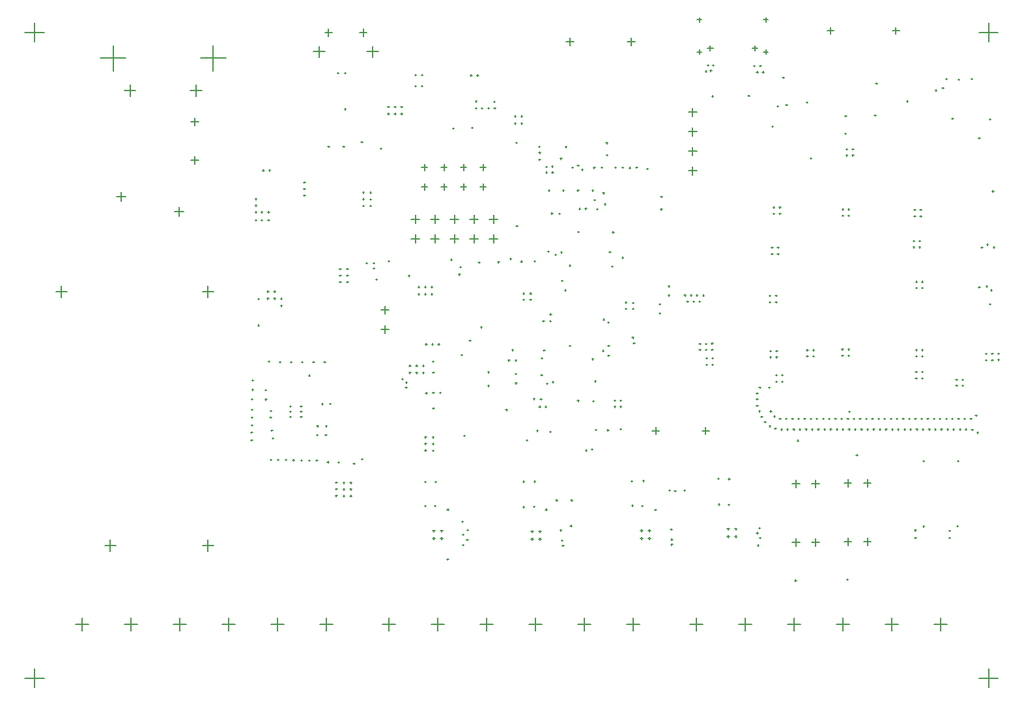
<source format=gbr>
%TF.GenerationSoftware,Altium Limited,Altium Designer,22.5.1 (42)*%
G04 Layer_Color=128*
%FSLAX45Y45*%
%MOMM*%
%TF.SameCoordinates,BCC7A4F8-9605-4868-ACEC-D28EECC8EA53*%
%TF.FilePolarity,Positive*%
%TF.FileFunction,Drillmap*%
%TF.Part,Single*%
G01*
G75*
%TA.AperFunction,NonConductor*%
%ADD112C,0.12700*%
D112*
X9776031Y8443257D02*
X9836031D01*
X9806031Y8413257D02*
Y8473257D01*
X9776031Y8863260D02*
X9836031D01*
X9806031Y8833260D02*
Y8893260D01*
X8911029Y8443261D02*
X8971029D01*
X8941029Y8413261D02*
Y8473261D01*
X8911029Y8863260D02*
X8971029D01*
X8941029Y8833260D02*
Y8893260D01*
X9627525Y8495270D02*
X9697527D01*
X9662526Y8460269D02*
Y8530271D01*
X9049522Y8495270D02*
X9119525D01*
X9084524Y8460269D02*
Y8530271D01*
X1156689Y8364060D02*
X1486691D01*
X1321690Y8199059D02*
Y8529061D01*
X1466706Y7944071D02*
X1616708D01*
X1541707Y7869070D02*
Y8019072D01*
X2326715Y7944071D02*
X2476717D01*
X2401716Y7869070D02*
Y8019072D01*
X2456712Y8364060D02*
X2786714D01*
X2621713Y8199059D02*
Y8529061D01*
X575753Y5328270D02*
X725867D01*
X650810Y5253213D02*
Y5403327D01*
X2480753Y5328270D02*
X2630867D01*
X2555810Y5253213D02*
Y5403327D01*
X1210753Y2026270D02*
X1360867D01*
X1285810Y1951213D02*
Y2101327D01*
X2480753Y2026270D02*
X2630867D01*
X2555810Y1951213D02*
Y2101327D01*
X1365906Y6562510D02*
X1485794D01*
X1425850Y6502566D02*
Y6622454D01*
X2117606Y6366310D02*
X2237494D01*
X2177550Y6306366D02*
Y6426254D01*
X175000Y300000D02*
X425000D01*
X300000Y175000D02*
Y425000D01*
X8798709Y6897850D02*
X8908711D01*
X8853710Y6842849D02*
Y6952851D01*
X8798709Y7151850D02*
X8908711D01*
X8853710Y7096849D02*
Y7206851D01*
X8798709Y7659850D02*
X8908711D01*
X8853710Y7604849D02*
Y7714851D01*
X8798709Y7405850D02*
X8908711D01*
X8853710Y7350849D02*
Y7460851D01*
X8005227Y8579330D02*
X8105227D01*
X8055227Y8529330D02*
Y8629329D01*
X7207210Y8579330D02*
X7307210D01*
X7257210Y8529330D02*
Y8629329D01*
X4622388Y8446938D02*
X4772391D01*
X4697389Y8371937D02*
Y8521939D01*
X3922390Y8446938D02*
X4072392D01*
X3997391Y8371937D02*
Y8521939D01*
X4522401Y8696963D02*
X4622401D01*
X4572401Y8646963D02*
Y8746962D01*
X4072379Y8696963D02*
X4172379D01*
X4122379Y8646963D02*
Y8746962D01*
X10401930Y2067370D02*
X10501930D01*
X10451930Y2017370D02*
Y2117370D01*
X10401930Y2829370D02*
X10501930D01*
X10451930Y2779370D02*
Y2879370D01*
X11075420Y2074230D02*
X11175420D01*
X11125420Y2024230D02*
Y2124230D01*
X11075420Y2836230D02*
X11175420D01*
X11125420Y2786230D02*
Y2886230D01*
X1469407Y998280D02*
X1639409D01*
X1554408Y913279D02*
Y1083281D01*
X834409Y998280D02*
X1004411D01*
X919410Y913279D02*
Y1083281D01*
X10821420Y2836230D02*
X10921420D01*
X10871420Y2786230D02*
Y2886230D01*
X10147930Y2829370D02*
X10247930D01*
X10197930Y2779370D02*
Y2879370D01*
X2104407Y998280D02*
X2274409D01*
X2189408Y913279D02*
Y1083281D01*
X2739407Y998280D02*
X2909409D01*
X2824408Y913279D02*
Y1083281D01*
X10147930Y2067370D02*
X10247930D01*
X10197930Y2017370D02*
Y2117370D01*
X10821420Y2074230D02*
X10921420D01*
X10871420Y2024230D02*
Y2124230D01*
X3374407Y998280D02*
X3544409D01*
X3459408Y913279D02*
Y1083281D01*
X4009407Y998280D02*
X4179409D01*
X4094408Y913279D02*
Y1083281D01*
X4802140Y5088510D02*
X4902140D01*
X4852140Y5038510D02*
Y5138510D01*
X4802140Y4838510D02*
X4902140D01*
X4852140Y4788510D02*
Y4888510D01*
X5195559Y6015340D02*
X5305561D01*
X5250560Y5960339D02*
Y6070341D01*
X5195559Y6269340D02*
X5305561D01*
X5250560Y6214339D02*
Y6324341D01*
X5449559Y6015340D02*
X5559561D01*
X5504560Y5960339D02*
Y6070341D01*
X5449559Y6269340D02*
X5559561D01*
X5504560Y6214339D02*
Y6324341D01*
X5703559Y6015340D02*
X5813561D01*
X5758560Y5960339D02*
Y6070341D01*
X5703559Y6269340D02*
X5813561D01*
X5758560Y6214339D02*
Y6324341D01*
X5957559Y6015340D02*
X6067561D01*
X6012560Y5960339D02*
Y6070341D01*
X5957559Y6269340D02*
X6067561D01*
X6012560Y6214339D02*
Y6324341D01*
X6211559Y6015340D02*
X6321561D01*
X6266560Y5960339D02*
Y6070341D01*
X6211559Y6269340D02*
X6321561D01*
X6266560Y6214339D02*
Y6324341D01*
X6091530Y6688710D02*
X6171530D01*
X6131530Y6648710D02*
Y6728710D01*
X5837530Y6688710D02*
X5917530D01*
X5877530Y6648710D02*
Y6728710D01*
X5583530Y6688710D02*
X5663530D01*
X5623530Y6648710D02*
Y6728710D01*
X5329530Y6688710D02*
X5409530D01*
X5369530Y6648710D02*
Y6728710D01*
X5329530Y6942710D02*
X5409530D01*
X5369530Y6902710D02*
Y6982710D01*
X5583530Y6942710D02*
X5663530D01*
X5623530Y6902710D02*
Y6982710D01*
X5837530Y6942710D02*
X5917530D01*
X5877530Y6902710D02*
Y6982710D01*
X6091530Y6942710D02*
X6171530D01*
X6131530Y6902710D02*
Y6982710D01*
X4824394Y998280D02*
X4994396D01*
X4909395Y913279D02*
Y1083281D01*
X5459391Y998280D02*
X5629394D01*
X5544393Y913279D02*
Y1083281D01*
X6094391Y998280D02*
X6264394D01*
X6179393Y913279D02*
Y1083281D01*
X6729391Y998280D02*
X6899394D01*
X6814393Y913279D02*
Y1083281D01*
X7364391Y998280D02*
X7534394D01*
X7449393Y913279D02*
Y1083281D01*
X7999391Y998280D02*
X8169394D01*
X8084393Y913279D02*
Y1083281D01*
X8814379Y998280D02*
X8984381D01*
X8899380Y913279D02*
Y1083281D01*
X9449376Y998280D02*
X9619379D01*
X9534377Y913279D02*
Y1083281D01*
X10084376Y998280D02*
X10254379D01*
X10169377Y913279D02*
Y1083281D01*
X10719376Y998280D02*
X10889379D01*
X10804377Y913279D02*
Y1083281D01*
X11354376Y998280D02*
X11524379D01*
X11439377Y913279D02*
Y1083281D01*
X11989376Y998280D02*
X12159379D01*
X12074377Y913279D02*
Y1083281D01*
X11451986Y8723327D02*
X11541989D01*
X11496988Y8678326D02*
Y8768328D01*
X10602001Y8723327D02*
X10692003D01*
X10647002Y8678326D02*
Y8768328D01*
X12575000Y300002D02*
X12825000D01*
X12700000Y175002D02*
Y425002D01*
X12574998Y8700002D02*
X12824998D01*
X12699998Y8575002D02*
Y8825002D01*
X174998Y8700000D02*
X424998D01*
X299998Y8575000D02*
Y8825000D01*
X8328390Y3516440D02*
X8418390D01*
X8373390Y3471440D02*
Y3561440D01*
X8978390Y3516440D02*
X9068390D01*
X9023390Y3471440D02*
Y3561440D01*
X2332910Y7539820D02*
X2432910D01*
X2382910Y7489820D02*
Y7589819D01*
X2332910Y7039821D02*
X2432910D01*
X2382910Y6989821D02*
Y7089820D01*
X5879952Y3456165D02*
X5899952D01*
X5889952Y3446165D02*
Y3466165D01*
X12296330Y3125940D02*
X12316330D01*
X12306330Y3115940D02*
Y3135940D01*
X9186539Y2561819D02*
X9206539D01*
X9196539Y2551819D02*
Y2571819D01*
X8618687Y2736921D02*
X8638687D01*
X8628687Y2726921D02*
Y2746921D01*
X9314809Y2558279D02*
X9334809D01*
X9324809Y2548279D02*
Y2568279D01*
X8738250Y2743090D02*
X8758250D01*
X8748250Y2733090D02*
Y2753090D01*
X8542910Y2743170D02*
X8562910D01*
X8552910Y2733170D02*
Y2753170D01*
X9319270Y2891980D02*
X9339270D01*
X9329270Y2881980D02*
Y2901980D01*
X8056000Y2864660D02*
X8076000D01*
X8066000Y2854660D02*
Y2874660D01*
X8204420Y2868430D02*
X8224420D01*
X8214420Y2858430D02*
Y2878430D01*
X9182110Y2898840D02*
X9202110D01*
X9192110Y2888840D02*
Y2908840D01*
X7191530Y5346950D02*
X7211530D01*
X7201530Y5336950D02*
Y5356950D01*
X7708280Y6466250D02*
X7728280D01*
X7718280Y6456250D02*
Y6476250D01*
X7606600Y6403070D02*
X7626600D01*
X7616600Y6393070D02*
Y6413070D01*
X6560960Y6182790D02*
X6580960D01*
X6570960Y6172790D02*
Y6192790D01*
X4890923Y7641160D02*
X4910923D01*
X4900923Y7631160D02*
Y7651160D01*
X5707860Y5745049D02*
X5727860D01*
X5717860Y5735049D02*
Y5755049D01*
X6688640Y3393690D02*
X6708640D01*
X6698640Y3383690D02*
Y3403690D01*
X9081661Y8201187D02*
X9101661D01*
X9091661Y8191187D02*
Y8211187D01*
X3169650Y6260600D02*
X3189650D01*
X3179650Y6250600D02*
Y6270600D01*
X3332990Y6260600D02*
X3352990D01*
X3342990Y6250600D02*
Y6270600D01*
X3247484Y6260600D02*
X3267484D01*
X3257484Y6250600D02*
Y6270600D01*
X3798730Y6750956D02*
X3818730D01*
X3808730Y6740956D02*
Y6760956D01*
X3798730Y6665450D02*
X3818730D01*
X3808730Y6655450D02*
Y6675450D01*
X3798730Y6579490D02*
X3818730D01*
X3808730Y6569490D02*
Y6589489D01*
X3247484Y6363180D02*
X3267484D01*
X3257484Y6353180D02*
Y6373180D01*
X3332990Y6363180D02*
X3352990D01*
X3342990Y6353180D02*
Y6373180D01*
X3169650Y6363180D02*
X3189650D01*
X3179650Y6353180D02*
Y6373180D01*
X3169650Y6449141D02*
X3189650D01*
X3179650Y6439141D02*
Y6459141D01*
X3169650Y6534647D02*
X3189650D01*
X3179650Y6524647D02*
Y6544647D01*
X12008620Y7946170D02*
X12028620D01*
X12018620Y7936170D02*
Y7956170D01*
X12097243Y7974795D02*
X12117243D01*
X12107243Y7964795D02*
Y7984795D01*
X12143020Y8094380D02*
X12163020D01*
X12153020Y8084380D02*
Y8104380D01*
X11847870Y3125940D02*
X11867870D01*
X11857870Y3115940D02*
Y3135940D01*
X7769930Y5841780D02*
X7789930D01*
X7779930Y5831780D02*
Y5851780D01*
X7798340Y5656770D02*
X7818340D01*
X7808340Y5646770D02*
Y5666770D01*
X6978152Y6643816D02*
X6998152D01*
X6988152Y6633816D02*
Y6653816D01*
X7166698Y6643816D02*
X7186698D01*
X7176698Y6633816D02*
Y6653816D01*
X7355245Y6643816D02*
X7375245D01*
X7365245Y6633816D02*
Y6653816D01*
X7543791Y6643816D02*
X7563791D01*
X7553791Y6633816D02*
Y6653816D01*
X7571087Y6520749D02*
X7591087D01*
X7581087Y6510749D02*
Y6530749D01*
X7686805Y6610358D02*
X7706805D01*
X7696805Y6600358D02*
Y6620358D01*
X7812280Y6100460D02*
X7832280D01*
X7822280Y6090460D02*
Y6110460D01*
X7934160Y5770970D02*
X7954160D01*
X7944160Y5760970D02*
Y5780970D01*
X9949000Y7741700D02*
X9969000D01*
X9959000Y7731700D02*
Y7751700D01*
X10065202Y7758136D02*
X10085202D01*
X10075202Y7748136D02*
Y7768136D01*
X10023806Y8109756D02*
X10043806D01*
X10033806Y8099756D02*
Y8119756D01*
X9880480Y7479260D02*
X9900480D01*
X9890480Y7469260D02*
Y7489260D01*
X6827120Y3519280D02*
X6847120D01*
X6837120Y3509280D02*
Y3529280D01*
X6997060Y3507260D02*
X7017060D01*
X7007060Y3497260D02*
Y3517260D01*
X7029891Y4152723D02*
X7049891D01*
X7039891Y4142723D02*
Y4162723D01*
X6785980Y3934140D02*
X6805980D01*
X6795980Y3924140D02*
Y3944140D01*
X6873250Y3929200D02*
X6893250D01*
X6883250Y3919200D02*
Y3939200D01*
X6546773Y4433689D02*
X6566772D01*
X6556773Y4423689D02*
Y4443689D01*
X6457272Y4433689D02*
X6477272D01*
X6467272Y4423689D02*
Y4443689D01*
X7252602Y4621548D02*
X7272602D01*
X7262602Y4611548D02*
Y4631548D01*
X6995310Y4944440D02*
X7015310D01*
X7005310Y4934440D02*
Y4954440D01*
X6905810Y4944440D02*
X6925810D01*
X6915810Y4934440D02*
Y4954440D01*
X8067309Y4730340D02*
X8087309D01*
X8077309Y4720340D02*
Y4740340D01*
X8083310Y4656220D02*
X8103310D01*
X8093310Y4646220D02*
Y4666220D01*
X3757250Y3701180D02*
X3777250D01*
X3767250Y3691180D02*
Y3711180D01*
X3757250Y3837320D02*
X3777250D01*
X3767250Y3827320D02*
Y3847320D01*
X3757250Y3770263D02*
X3777250D01*
X3767250Y3760263D02*
Y3780263D01*
X3618060Y3770263D02*
X3638060D01*
X3628060Y3760263D02*
Y3780263D01*
X3618060Y3701180D02*
X3638060D01*
X3628060Y3691180D02*
Y3711180D01*
X3618060Y3837320D02*
X3638060D01*
X3628060Y3827320D02*
Y3847320D01*
X4134945Y3868888D02*
X4154945D01*
X4144945Y3858888D02*
Y3878888D01*
X4033530Y3867320D02*
X4053530D01*
X4043530Y3857320D02*
Y3877320D01*
X12571230Y7326140D02*
X12591230D01*
X12581230Y7316140D02*
Y7336140D01*
X6915060Y4562280D02*
X6935060D01*
X6925060Y4552280D02*
Y4572280D01*
X6424909Y3791339D02*
X6444909D01*
X6434909Y3781339D02*
Y3801339D01*
X6192220Y4281920D02*
X6212220D01*
X6202220Y4271920D02*
Y4291920D01*
X6504505Y4569040D02*
X6524505D01*
X6514505Y4559040D02*
Y4579040D01*
X6882080Y4244810D02*
X6902080D01*
X6892080Y4234810D02*
Y4254810D01*
X4357120Y5451650D02*
X4377120D01*
X4367120Y5441650D02*
Y5461650D01*
X4264690Y5537156D02*
X4284690D01*
X4274690Y5527156D02*
Y5547156D01*
X4357120Y5537156D02*
X4377120D01*
X4367120Y5527156D02*
Y5547156D01*
X4264690Y5451650D02*
X4284690D01*
X4274690Y5441650D02*
Y5461650D01*
X4357120Y5623117D02*
X4377120D01*
X4367120Y5613117D02*
Y5633117D01*
X4264690Y5623117D02*
X4284690D01*
X4274690Y5613117D02*
Y5633117D01*
X6624226Y7516117D02*
X6644226D01*
X6634226Y7506117D02*
Y7526117D01*
X6538720Y7608547D02*
X6558720D01*
X6548720Y7598547D02*
Y7618547D01*
X6538720Y7516117D02*
X6558720D01*
X6548720Y7506117D02*
Y7526117D01*
X6624226Y7608547D02*
X6644226D01*
X6634226Y7598547D02*
Y7618547D01*
X5966294Y8140650D02*
X5986294D01*
X5976294Y8130650D02*
Y8150650D01*
X6051800Y8140650D02*
X6071800D01*
X6061800Y8130650D02*
Y8150650D01*
X5329256Y8004360D02*
X5349256D01*
X5339256Y7994360D02*
Y8014360D01*
X5241864Y8144630D02*
X5261864D01*
X5251864Y8134630D02*
Y8154630D01*
X5243750Y8004360D02*
X5263750D01*
X5253750Y7994360D02*
Y8014360D01*
X5327370Y8144630D02*
X5347370D01*
X5337370Y8134630D02*
Y8154630D01*
X5062390Y7733590D02*
X5082390D01*
X5072390Y7723590D02*
Y7743590D01*
X4976884Y7641160D02*
X4996884D01*
X4986884Y7631160D02*
Y7651160D01*
X4976884Y7733590D02*
X4996884D01*
X4986884Y7723590D02*
Y7743590D01*
X5062390Y7641160D02*
X5082390D01*
X5072390Y7631160D02*
Y7651160D01*
X4890923Y7733590D02*
X4910923D01*
X4900923Y7723590D02*
Y7743590D01*
X6109483Y7715460D02*
X6129483D01*
X6119483Y7705460D02*
Y7725460D01*
X6190777Y7715460D02*
X6210777D01*
X6200777Y7705460D02*
Y7725460D01*
X6028190Y7715460D02*
X6048190D01*
X6038190Y7705460D02*
Y7725460D01*
X6269230Y7799590D02*
X6289230D01*
X6279230Y7789590D02*
Y7809590D01*
X6028190Y7803796D02*
X6048190D01*
X6038190Y7793796D02*
Y7813796D01*
X6272070Y7715460D02*
X6292070D01*
X6282070Y7705460D02*
Y7725460D01*
X9761760Y8183820D02*
X9781760D01*
X9771760Y8173820D02*
Y8193820D01*
X9725580Y8264010D02*
X9745580D01*
X9735580Y8254010D02*
Y8274010D01*
X9648227Y8264010D02*
X9668227D01*
X9658227Y8254010D02*
Y8274010D01*
X9684407Y8183820D02*
X9704407D01*
X9694407Y8173820D02*
Y8193820D01*
X9018281Y8193057D02*
X9038281D01*
X9028281Y8183057D02*
Y8203057D01*
X9042330Y8271060D02*
X9062330D01*
X9052330Y8261060D02*
Y8281060D01*
X9113190Y8271060D02*
X9133190D01*
X9123190Y8261060D02*
Y8281060D01*
X9858769Y4556356D02*
X9878769D01*
X9868769Y4546356D02*
Y4566356D01*
X9858769Y4475973D02*
X9878769D01*
X9868769Y4465973D02*
Y4485972D01*
X9937189Y4475973D02*
X9957189D01*
X9947189Y4465973D02*
Y4485972D01*
X9937189Y4556356D02*
X9957189D01*
X9947189Y4546356D02*
Y4566356D01*
X9718832Y4079467D02*
X9738832D01*
X9728832Y4069467D02*
Y4089467D01*
X9683937Y4007478D02*
X9703937D01*
X9693937Y3997478D02*
Y4017478D01*
X9683937Y3927479D02*
X9703937D01*
X9693937Y3917479D02*
Y3937479D01*
X9683937Y3847479D02*
X9703937D01*
X9693937Y3837479D02*
Y3857479D01*
X9714140Y3773399D02*
X9734140D01*
X9724140Y3763399D02*
Y3783399D01*
X9743195Y3698862D02*
X9763195D01*
X9753195Y3688862D02*
Y3708862D01*
X9787152Y3632021D02*
X9807152D01*
X9797152Y3622021D02*
Y3642021D01*
X9846716Y3578616D02*
X9866716D01*
X9856716Y3568616D02*
Y3588616D01*
X9919917Y3546343D02*
X9939917D01*
X9929917Y3536343D02*
Y3556343D01*
X9999343Y3536778D02*
X10019343D01*
X10009343Y3526778D02*
Y3546778D01*
X10079343Y3536778D02*
X10099343D01*
X10089343Y3526778D02*
Y3546778D01*
X10159343Y3536778D02*
X10179343D01*
X10169343Y3526778D02*
Y3546778D01*
X10239342Y3536778D02*
X10259342D01*
X10249342Y3526778D02*
Y3546778D01*
X10319342Y3536778D02*
X10339342D01*
X10329342Y3526778D02*
Y3546778D01*
X10399342Y3536778D02*
X10419342D01*
X10409342Y3526778D02*
Y3546778D01*
X10479342Y3536778D02*
X10499342D01*
X10489342Y3526778D02*
Y3546778D01*
X10559342Y3536778D02*
X10579342D01*
X10569342Y3526778D02*
Y3546778D01*
X10639342Y3536778D02*
X10659342D01*
X10649342Y3526778D02*
Y3546778D01*
X10719342Y3536778D02*
X10739341D01*
X10729342Y3526778D02*
Y3546778D01*
X10799341Y3536778D02*
X10819341D01*
X10809341Y3526778D02*
Y3546778D01*
X10879341Y3536778D02*
X10899341D01*
X10889341Y3526778D02*
Y3546778D01*
X10959341Y3536778D02*
X10979341D01*
X10969341Y3526778D02*
Y3546778D01*
X11039341Y3536778D02*
X11059341D01*
X11049341Y3526778D02*
Y3546778D01*
X11119341Y3536778D02*
X11139341D01*
X11129341Y3526778D02*
Y3546778D01*
X11199341Y3536778D02*
X11219341D01*
X11209341Y3526778D02*
Y3546778D01*
X11279340Y3536778D02*
X11299340D01*
X11289340Y3526778D02*
Y3546778D01*
X11359340Y3536778D02*
X11379340D01*
X11369340Y3526778D02*
Y3546778D01*
X11439340Y3536778D02*
X11459340D01*
X11449340Y3526778D02*
Y3546778D01*
X11519340Y3536778D02*
X11539340D01*
X11529340Y3526778D02*
Y3546778D01*
X11599340Y3536778D02*
X11619340D01*
X11609340Y3526778D02*
Y3546778D01*
X11679340Y3536778D02*
X11699340D01*
X11689340Y3526778D02*
Y3546778D01*
X11759339Y3536778D02*
X11779339D01*
X11769339Y3526778D02*
Y3546778D01*
X11839339Y3536778D02*
X11859339D01*
X11849339Y3526778D02*
Y3546778D01*
X11919339Y3536778D02*
X11939339D01*
X11929339Y3526778D02*
Y3546778D01*
X11999339Y3536778D02*
X12019339D01*
X12009339Y3526778D02*
Y3546778D01*
X12079339Y3536778D02*
X12099339D01*
X12089339Y3526778D02*
Y3546778D01*
X12159339Y3536778D02*
X12179339D01*
X12169339Y3526778D02*
Y3546778D01*
X12239338Y3536778D02*
X12259338D01*
X12249338Y3526778D02*
Y3546778D01*
X12319338Y3536778D02*
X12339338D01*
X12329338Y3526778D02*
Y3546778D01*
X12399338Y3536778D02*
X12419338D01*
X12409338Y3526778D02*
Y3546778D01*
X12479236Y3532728D02*
X12499236D01*
X12489236Y3522728D02*
Y3542728D01*
X12549692Y3494835D02*
X12569692D01*
X12559692Y3484835D02*
Y3504835D01*
X12530152Y3716066D02*
X12550152D01*
X12540152Y3706066D02*
Y3726066D01*
X12461353Y3675242D02*
X12481353D01*
X12471353Y3665242D02*
Y3685242D01*
X12381353Y3675242D02*
X12401353D01*
X12391353Y3665242D02*
Y3685242D01*
X12301353Y3675242D02*
X12321353D01*
X12311353Y3665242D02*
Y3685242D01*
X12221354Y3675242D02*
X12241353D01*
X12231353Y3665242D02*
Y3685242D01*
X12141354Y3675242D02*
X12161354D01*
X12151354Y3665242D02*
Y3685242D01*
X12061354Y3675242D02*
X12081354D01*
X12071354Y3665242D02*
Y3685242D01*
X11981354Y3675242D02*
X12001354D01*
X11991354Y3665242D02*
Y3685242D01*
X11901354Y3675242D02*
X11921354D01*
X11911354Y3665242D02*
Y3685242D01*
X11821354Y3675242D02*
X11841354D01*
X11831354Y3665242D02*
Y3685242D01*
X11741354Y3675242D02*
X11761354D01*
X11751354Y3665242D02*
Y3685242D01*
X11661355Y3675242D02*
X11681355D01*
X11671355Y3665242D02*
Y3685242D01*
X11581355Y3675242D02*
X11601355D01*
X11591355Y3665242D02*
Y3685242D01*
X11501355Y3675242D02*
X11521355D01*
X11511355Y3665242D02*
Y3685242D01*
X11421355Y3675242D02*
X11441355D01*
X11431355Y3665242D02*
Y3685242D01*
X11341355Y3675242D02*
X11361355D01*
X11351355Y3665242D02*
Y3685242D01*
X11261355Y3675242D02*
X11281355D01*
X11271355Y3665242D02*
Y3685242D01*
X11181356Y3675242D02*
X11201356D01*
X11191356Y3665242D02*
Y3685242D01*
X11101356Y3675242D02*
X11121356D01*
X11111356Y3665242D02*
Y3685242D01*
X11021356Y3675242D02*
X11041356D01*
X11031356Y3665242D02*
Y3685242D01*
X10941356Y3675242D02*
X10961356D01*
X10951356Y3665242D02*
Y3685242D01*
X10861356Y3675242D02*
X10881356D01*
X10871356Y3665242D02*
Y3685242D01*
X10781356Y3675242D02*
X10801356D01*
X10791356Y3665242D02*
Y3685242D01*
X10701357Y3675242D02*
X10721357D01*
X10711357Y3665242D02*
Y3685242D01*
X10621357Y3675242D02*
X10641357D01*
X10631357Y3665242D02*
Y3685242D01*
X10541357Y3675242D02*
X10561357D01*
X10551357Y3665242D02*
Y3685242D01*
X10461357Y3675242D02*
X10481357D01*
X10471357Y3665242D02*
Y3685242D01*
X10381357Y3675242D02*
X10401357D01*
X10391357Y3665242D02*
Y3685242D01*
X10301357Y3675242D02*
X10321357D01*
X10311357Y3665242D02*
Y3685242D01*
X10221358Y3675242D02*
X10241357D01*
X10231357Y3665242D02*
Y3685242D01*
X10141358Y3675242D02*
X10161358D01*
X10151358Y3665242D02*
Y3685242D01*
X10061358Y3675242D02*
X10081358D01*
X10071358Y3665242D02*
Y3685242D01*
X9981361Y3675958D02*
X10001361D01*
X9991361Y3665958D02*
Y3685958D01*
X9907407Y3706466D02*
X9927407D01*
X9917407Y3696466D02*
Y3716466D01*
X9861788Y3772184D02*
X9881788D01*
X9871788Y3762184D02*
Y3782184D01*
X9838523Y4081384D02*
X9858523D01*
X9848523Y4071384D02*
Y4091384D01*
X10010877Y4240270D02*
X10030877D01*
X10020877Y4230270D02*
Y4250270D01*
X9932457Y4240270D02*
X9952457D01*
X9942457Y4230270D02*
Y4250270D01*
X10010877Y4159887D02*
X10030877D01*
X10020877Y4149887D02*
Y4169887D01*
X9932457Y4159887D02*
X9952457D01*
X9942457Y4149887D02*
Y4169887D01*
X7547280Y4451510D02*
X7567280D01*
X7557280Y4441510D02*
Y4461510D01*
X7746826Y4929502D02*
X7766825D01*
X7756825Y4919502D02*
Y4939502D01*
X7692370Y4965720D02*
X7712370D01*
X7702370Y4955720D02*
Y4975720D01*
X6481600Y5755590D02*
X6501600D01*
X6491600Y5745590D02*
Y5765590D01*
X6854280Y7214570D02*
X6874280D01*
X6864280Y7204570D02*
Y7224570D01*
X7017100Y6346030D02*
X7037100D01*
X7027100Y6336030D02*
Y6356030D01*
X6968250Y5852340D02*
X6988250D01*
X6978250Y5842340D02*
Y5862340D01*
X7577770Y4162888D02*
X7597770D01*
X7587770Y4152888D02*
Y4172888D01*
X7249600Y5669010D02*
X7269600D01*
X7259600Y5659010D02*
Y5679010D01*
X7150950Y5469960D02*
X7170950D01*
X7160950Y5459960D02*
Y5479960D01*
X6884030Y4462160D02*
X6904030D01*
X6894030Y4452160D02*
Y4472160D01*
X7061140Y5809412D02*
X7081140D01*
X7071140Y5799412D02*
Y5819412D01*
X7356059Y3909474D02*
X7376059D01*
X7366059Y3899474D02*
Y3919473D01*
X6856330Y3831190D02*
X6876330D01*
X6866330Y3821190D02*
Y3841190D01*
X6934043Y3831897D02*
X6954043D01*
X6944043Y3821897D02*
Y3841897D01*
X6550270Y4138350D02*
X6570270D01*
X6560270Y4128350D02*
Y4148350D01*
X6956059Y4134110D02*
X6976059D01*
X6966059Y4124110D02*
Y4144110D01*
X6549512Y4257689D02*
X6569512D01*
X6559512Y4247689D02*
Y4267689D01*
X7114680Y6344360D02*
X7134680D01*
X7124680Y6334360D02*
Y6354360D01*
X6322680Y5712230D02*
X6342680D01*
X6332680Y5702230D02*
Y5722230D01*
X10980280Y3200910D02*
X11000280D01*
X10990280Y3190910D02*
Y3210910D01*
X3112540Y3499419D02*
X3132540D01*
X3122540Y3489419D02*
Y3509419D01*
X3112540Y3394189D02*
X3132540D01*
X3122540Y3384189D02*
Y3404189D01*
X3116340Y3592030D02*
X3136340D01*
X3126340Y3582030D02*
Y3602030D01*
X10183570Y1571460D02*
X10203570D01*
X10193570Y1561460D02*
Y1581460D01*
X9575285Y7876868D02*
X9595285D01*
X9585285Y7866868D02*
Y7886868D01*
X9102725Y7869838D02*
X9122725D01*
X9112725Y7859838D02*
Y7879838D01*
X7378000Y6405770D02*
X7398000D01*
X7388000Y6395770D02*
Y6415770D01*
X7456330Y6407110D02*
X7476330D01*
X7466330Y6397110D02*
Y6417110D01*
X4550570Y3150270D02*
X4570570D01*
X4560570Y3140270D02*
Y3160270D01*
X4444580Y3091760D02*
X4464580D01*
X4454580Y3081760D02*
Y3101760D01*
X4243114Y3110319D02*
X4263114D01*
X4253114Y3100319D02*
Y3120319D01*
X4104694Y3112449D02*
X4124694D01*
X4114694Y3102449D02*
Y3122449D01*
X3763364Y3134499D02*
X3783364D01*
X3773364Y3124499D02*
Y3144499D01*
X3360747Y3690387D02*
X3380747D01*
X3370747Y3680387D02*
Y3700387D01*
X3364140Y3777930D02*
X3384140D01*
X3374140Y3767930D02*
Y3787930D01*
X3555824Y3139939D02*
X3575824D01*
X3565824Y3129939D02*
Y3149939D01*
X3657072Y3137391D02*
X3677072D01*
X3667072Y3127391D02*
Y3147391D01*
X3458724Y3140369D02*
X3478724D01*
X3468724Y3130369D02*
Y3150369D01*
X5470590Y3434397D02*
X5490590D01*
X5480590Y3424397D02*
Y3444397D01*
X5374554Y3435722D02*
X5394554D01*
X5384554Y3425722D02*
Y3445722D01*
X5374554Y3350216D02*
X5394554D01*
X5384554Y3340216D02*
Y3360216D01*
X3299774Y3925859D02*
X3319774D01*
X3309774Y3915859D02*
Y3935859D01*
X10212340Y3390950D02*
X10232340D01*
X10222340Y3380950D02*
Y3400950D01*
X7539560Y3279190D02*
X7559560D01*
X7549560Y3269190D02*
Y3289190D01*
X7463810Y3264490D02*
X7483810D01*
X7473810Y3254490D02*
Y3274490D01*
X12188271Y2220869D02*
X12208270D01*
X12198270Y2210869D02*
Y2230869D01*
X12188271Y2125439D02*
X12208270D01*
X12198270Y2115440D02*
Y2135439D01*
X11740551Y2128750D02*
X11760551D01*
X11750551Y2118750D02*
Y2138750D01*
X11740551Y2224179D02*
X11760551D01*
X11750551Y2214179D02*
Y2234179D01*
X12287441Y2276780D02*
X12307440D01*
X12297440Y2266780D02*
Y2286780D01*
X11849050Y2274420D02*
X11869050D01*
X11859050Y2264420D02*
Y2284420D01*
X5161220Y5534770D02*
X5181220D01*
X5171220Y5524770D02*
Y5544770D01*
X4897930Y5726250D02*
X4917930D01*
X4907930Y5716250D02*
Y5736250D01*
X4611060Y5698730D02*
X4631060D01*
X4621060Y5688730D02*
Y5708730D01*
X4702670Y5698730D02*
X4722670D01*
X4712670Y5688730D02*
Y5708730D01*
X3201160Y4890360D02*
X3221160D01*
X3211160Y4880360D02*
Y4900360D01*
X3201160Y5232370D02*
X3221160D01*
X3211160Y5222370D02*
Y5242370D01*
X3296854Y4049679D02*
X3316854D01*
X3306854Y4039680D02*
Y4059679D01*
X3375690Y3521170D02*
X3395690D01*
X3385690Y3511170D02*
Y3531170D01*
X3340413Y4421153D02*
X3360413D01*
X3350413Y4411153D02*
Y4431153D01*
X4792550Y7188960D02*
X4812550D01*
X4802550Y7178960D02*
Y7198960D01*
X3388750Y3420050D02*
X3408750D01*
X3398750Y3410050D02*
Y3430050D01*
X5814500Y5552200D02*
X5834500D01*
X5824500Y5542200D02*
Y5562200D01*
X5827410Y5648080D02*
X5847410D01*
X5837410Y5638080D02*
Y5658080D01*
X6070360Y5706180D02*
X6090360D01*
X6080360Y5696180D02*
Y5716180D01*
X7360153Y6107832D02*
X7380153D01*
X7370153Y6097832D02*
Y6117832D01*
X6648450Y5304963D02*
X6668450D01*
X6658450Y5294963D02*
Y5314963D01*
X6648450Y5224580D02*
X6668450D01*
X6658450Y5214580D02*
Y5234580D01*
X5285034Y5389359D02*
X5305034D01*
X5295034Y5379359D02*
Y5399359D01*
X5370995Y5296929D02*
X5390995D01*
X5380995Y5286929D02*
Y5306929D01*
X4702020Y5633300D02*
X4722020D01*
X4712020Y5623300D02*
Y5643300D01*
X4733550Y5488340D02*
X4753550D01*
X4743550Y5478340D02*
Y5498340D01*
X4402257Y2671368D02*
X4422257D01*
X4412257Y2661368D02*
Y2681368D01*
X4309827Y2671368D02*
X4329826D01*
X4319827Y2661368D02*
Y2681368D01*
X3324978Y5330794D02*
X3344978D01*
X3334978Y5320794D02*
Y5340793D01*
X3324978Y5238363D02*
X3344978D01*
X3334978Y5228363D02*
Y5248363D01*
X3410939Y5330794D02*
X3430939D01*
X3420939Y5320794D02*
Y5340793D01*
X3410939Y5238363D02*
X3430939D01*
X3420939Y5228363D02*
Y5248363D01*
X10857340Y1585150D02*
X10877340D01*
X10867340Y1575150D02*
Y1595150D01*
X4564194Y6618132D02*
X4584194D01*
X4574194Y6608132D02*
Y6628132D01*
X4564194Y6532626D02*
X4584194D01*
X4574194Y6522626D02*
Y6542626D01*
X4564194Y6446665D02*
X4584194D01*
X4574194Y6436665D02*
Y6456665D01*
X4660230Y6445340D02*
X4680230D01*
X4670230Y6435340D02*
Y6455340D01*
X4660230Y6531301D02*
X4680230D01*
X4670230Y6521301D02*
Y6541301D01*
X4660230Y6616807D02*
X4680230D01*
X4670230Y6606807D02*
Y6626807D01*
X3345290Y6905860D02*
X3365290D01*
X3355290Y6895860D02*
Y6915860D01*
X3265119Y6905608D02*
X3285119D01*
X3275119Y6895608D02*
Y6915608D01*
X5383680Y4009930D02*
X5403680D01*
X5393680Y3999930D02*
Y4019930D01*
X5476010Y4277030D02*
X5496010D01*
X5486010Y4267030D02*
Y4287030D01*
X6192850Y4104670D02*
X6212850D01*
X6202850Y4094670D02*
Y4114670D01*
X5475570Y4013120D02*
X5495570D01*
X5485570Y4003120D02*
Y4023120D01*
X5981980Y7460490D02*
X6001980D01*
X5991980Y7450490D02*
Y7470490D01*
X7356132Y6969133D02*
X7376132D01*
X7366132Y6959133D02*
Y6979133D01*
X7410082Y6915182D02*
X7430082D01*
X7420082Y6905182D02*
Y6925182D01*
X8258683Y6926103D02*
X8278683D01*
X8268683Y6916103D02*
Y6936103D01*
X7196910Y7210520D02*
X7216910D01*
X7206910Y7200520D02*
Y7220520D01*
X7140500Y5840250D02*
X7160500D01*
X7150500Y5830250D02*
Y5850250D01*
X8988200Y5278810D02*
X9008200D01*
X8998200Y5268810D02*
Y5288810D01*
X10880880Y3768950D02*
X10900880D01*
X10890880Y3758950D02*
Y3778950D01*
X8535255Y5398656D02*
X8555255D01*
X8545255Y5388656D02*
Y5408656D01*
X8535255Y5280876D02*
X8555255D01*
X8545255Y5270876D02*
Y5290876D01*
X8439500Y6397770D02*
X8459500D01*
X8449500Y6387770D02*
Y6407770D01*
X8440340Y6563140D02*
X8460340D01*
X8450340Y6553140D02*
Y6573140D01*
X8070890Y5185340D02*
X8090890D01*
X8080890Y5175340D02*
Y5195340D01*
X7979180Y5188100D02*
X7999180D01*
X7989180Y5178100D02*
Y5198100D01*
X12275127Y4104986D02*
X12295127D01*
X12285127Y4094986D02*
Y4114986D01*
X12353547Y4104986D02*
X12373547D01*
X12363547Y4094986D02*
Y4114986D01*
X12353547Y4185370D02*
X12373547D01*
X12363547Y4175370D02*
Y4195370D01*
X12275127Y4185370D02*
X12295127D01*
X12285127Y4175370D02*
Y4195370D01*
X11750267Y4202907D02*
X11770267D01*
X11760267Y4192907D02*
Y4212906D01*
X11828687Y4202907D02*
X11848687D01*
X11838687Y4192907D02*
Y4212906D01*
X11828687Y4283290D02*
X11848687D01*
X11838687Y4273290D02*
Y4293290D01*
X11750267Y4283290D02*
X11770267D01*
X11760267Y4273290D02*
Y4293290D01*
X10335627Y4488446D02*
X10355627D01*
X10345627Y4478446D02*
Y4498446D01*
X10414047Y4488446D02*
X10434047D01*
X10424047Y4478446D02*
Y4498446D01*
X10414047Y4568830D02*
X10434047D01*
X10424047Y4558830D02*
Y4578830D01*
X10335627Y4568830D02*
X10355627D01*
X10345627Y4558830D02*
Y4578830D01*
X9026847Y4380636D02*
X9046847D01*
X9036847Y4370636D02*
Y4390636D01*
X9105267Y4380636D02*
X9125267D01*
X9115267Y4370636D02*
Y4390636D01*
X9105267Y4461020D02*
X9125267D01*
X9115267Y4451020D02*
Y4471020D01*
X9026847Y4461020D02*
X9046847D01*
X9036847Y4451020D02*
Y4471020D01*
X10849477Y7101546D02*
X10869477D01*
X10859477Y7091546D02*
Y7111546D01*
X10927897Y7101546D02*
X10947897D01*
X10937897Y7091546D02*
Y7111546D01*
X10927897Y7181930D02*
X10947897D01*
X10937897Y7171930D02*
Y7191929D01*
X10849477Y7181930D02*
X10869477D01*
X10859477Y7171930D02*
Y7191929D01*
X11731607Y6311427D02*
X11751607D01*
X11741607Y6301427D02*
Y6321427D01*
X11810027Y6311427D02*
X11830027D01*
X11820027Y6301427D02*
Y6321427D01*
X11810027Y6391810D02*
X11830027D01*
X11820027Y6381810D02*
Y6401810D01*
X11731607Y6391810D02*
X11751607D01*
X11741607Y6381810D02*
Y6401810D01*
X9902017Y6343426D02*
X9922017D01*
X9912017Y6333427D02*
Y6353426D01*
X9980437Y6343426D02*
X10000437D01*
X9990437Y6333427D02*
Y6353426D01*
X9980437Y6423810D02*
X10000437D01*
X9990437Y6413810D02*
Y6433810D01*
X9902017Y6423810D02*
X9922017D01*
X9912017Y6413810D02*
Y6433810D01*
X10797442Y6398294D02*
X10817442D01*
X10807442Y6388294D02*
Y6408294D01*
X10875862Y6398294D02*
X10895862D01*
X10885862Y6388294D02*
Y6408294D01*
X10875862Y6317911D02*
X10895862D01*
X10885862Y6307911D02*
Y6327911D01*
X10797442Y6317911D02*
X10817442D01*
X10807442Y6307911D02*
Y6327911D01*
X11751852Y5457514D02*
X11771852D01*
X11761852Y5447514D02*
Y5467514D01*
X11830272Y5457514D02*
X11850272D01*
X11840272Y5447514D02*
Y5467514D01*
X11830272Y5377131D02*
X11850272D01*
X11840272Y5367131D02*
Y5387131D01*
X11751852Y5377131D02*
X11771852D01*
X11761852Y5367131D02*
Y5387131D01*
X11718532Y5987784D02*
X11738532D01*
X11728532Y5977784D02*
Y5997784D01*
X11796952Y5987784D02*
X11816952D01*
X11806952Y5977784D02*
Y5997784D01*
X11796952Y5907401D02*
X11816952D01*
X11806952Y5897401D02*
Y5917401D01*
X11718532Y5907401D02*
X11738532D01*
X11728532Y5897401D02*
Y5917401D01*
X9877582Y5899754D02*
X9897582D01*
X9887582Y5889754D02*
Y5909754D01*
X9956002Y5899754D02*
X9976002D01*
X9966002Y5889754D02*
Y5909754D01*
X9956002Y5819371D02*
X9976002D01*
X9966002Y5809371D02*
Y5829371D01*
X9877582Y5819371D02*
X9897582D01*
X9887582Y5809371D02*
Y5829371D01*
X9851552Y5273224D02*
X9871552D01*
X9861552Y5263224D02*
Y5283224D01*
X9929972Y5273224D02*
X9949972D01*
X9939972Y5263224D02*
Y5283224D01*
X9929972Y5192841D02*
X9949972D01*
X9939972Y5182841D02*
Y5202841D01*
X9851552Y5192841D02*
X9871552D01*
X9861552Y5182841D02*
Y5202841D01*
X11751600Y4569600D02*
X11771600D01*
X11761600Y4559600D02*
Y4579600D01*
X11830020Y4569600D02*
X11850020D01*
X11840020Y4559600D02*
Y4579600D01*
X11830020Y4489217D02*
X11850020D01*
X11840020Y4479217D02*
Y4499217D01*
X11751600Y4489217D02*
X11771600D01*
X11761600Y4479217D02*
Y4499217D01*
X10792610Y4578000D02*
X10812610D01*
X10802610Y4568000D02*
Y4588000D01*
X10871030Y4578000D02*
X10891030D01*
X10881030Y4568000D02*
Y4588000D01*
X10871030Y4497617D02*
X10891030D01*
X10881030Y4487617D02*
Y4507617D01*
X10792610Y4497617D02*
X10812610D01*
X10802610Y4487617D02*
Y4507617D01*
X8416040Y5049540D02*
X8436040D01*
X8426040Y5039540D02*
Y5059540D01*
X8416040Y5167320D02*
X8436040D01*
X8426040Y5157320D02*
Y5177320D01*
X4308850Y7215220D02*
X4328850D01*
X4318850Y7205220D02*
Y7225220D01*
X4114580Y7215210D02*
X4134580D01*
X4124580Y7205210D02*
Y7225210D01*
X4546280Y7274290D02*
X4566280D01*
X4556280Y7264290D02*
Y7284290D01*
X4330880Y8169020D02*
X4350880D01*
X4340880Y8159020D02*
Y8179020D01*
X4235690Y8171880D02*
X4255690D01*
X4245690Y8161880D02*
Y8181880D01*
X6854820Y7044130D02*
X6874820D01*
X6864820Y7034130D02*
Y7054130D01*
X4329800Y7702320D02*
X4349800D01*
X4339800Y7692320D02*
Y7712320D01*
X7024260Y6879540D02*
X7044260D01*
X7034260Y6869540D02*
Y6889540D01*
X6946640Y6880240D02*
X6966640D01*
X6956640Y6870240D02*
Y6890240D01*
X7023660Y6956560D02*
X7043660D01*
X7033660Y6946560D02*
Y6966560D01*
X6944790Y6954160D02*
X6964790D01*
X6954790Y6944160D02*
Y6964160D01*
X8189590Y2540150D02*
X8209590D01*
X8199590Y2530150D02*
Y2550150D01*
X6795260Y5724150D02*
X6815260D01*
X6805260Y5714150D02*
Y5734150D01*
X6619250Y5720090D02*
X6639250D01*
X6629250Y5710090D02*
Y5730090D01*
X5951810Y4692290D02*
X5971810D01*
X5961810Y4682290D02*
Y4702290D01*
X5844410Y4507680D02*
X5864410D01*
X5854410Y4497680D02*
Y4517680D01*
X6099770Y4866700D02*
X6119770D01*
X6109770Y4856700D02*
Y4876700D01*
X5470590Y3348891D02*
X5490590D01*
X5480590Y3338891D02*
Y3358891D01*
X5470590Y3262930D02*
X5490590D01*
X5480590Y3252930D02*
Y3272930D01*
X5374554Y3264255D02*
X5394554D01*
X5384554Y3254255D02*
Y3274255D01*
X5564270Y4012480D02*
X5584270D01*
X5574270Y4002480D02*
Y4022480D01*
X5074320Y4189880D02*
X5094320D01*
X5084320Y4179880D02*
Y4199880D01*
X5121490Y4080910D02*
X5141490D01*
X5131490Y4070910D02*
Y4090910D01*
X5122570Y4145970D02*
X5142570D01*
X5132570Y4135970D02*
Y4155970D01*
X5469680Y4422570D02*
X5489680D01*
X5479680Y4412570D02*
Y4432570D01*
X5382380Y4644790D02*
X5402380D01*
X5392380Y4634790D02*
Y4654790D01*
X5544280Y4644790D02*
X5564280D01*
X5554280Y4634790D02*
Y4654790D01*
X5463330Y4644790D02*
X5483330D01*
X5473330Y4634790D02*
Y4654790D01*
X3862500Y4238330D02*
X3882500D01*
X3872500Y4228330D02*
Y4248330D01*
X4213790Y2844160D02*
X4233790D01*
X4223790Y2834160D02*
Y2854160D01*
X4213790Y2758654D02*
X4233790D01*
X4223790Y2748654D02*
Y2768654D01*
X4213790Y2672693D02*
X4233790D01*
X4223790Y2662693D02*
Y2682693D01*
X4402257Y2842835D02*
X4422257D01*
X4412257Y2832835D02*
Y2852835D01*
X4309827Y2757329D02*
X4329826D01*
X4319827Y2747329D02*
Y2767329D01*
X4402257Y2757329D02*
X4422257D01*
X4412257Y2747329D02*
Y2767329D01*
X4309827Y2842835D02*
X4329826D01*
X4319827Y2832835D02*
Y2852835D01*
X5342345Y4365639D02*
X5362345D01*
X5352345Y4355639D02*
Y4375639D01*
X5256384Y4365639D02*
X5276384D01*
X5266384Y4355639D02*
Y4375639D01*
X5342345Y4273209D02*
X5362345D01*
X5352345Y4263209D02*
Y4283209D01*
X5170878Y4365639D02*
X5190878D01*
X5180878Y4355639D02*
Y4375639D01*
X5256384Y4273209D02*
X5276384D01*
X5266384Y4263209D02*
Y4283209D01*
X5170878Y4273209D02*
X5190878D01*
X5180878Y4263209D02*
Y4283209D01*
X3501350Y5145000D02*
X3521350D01*
X3511350Y5135000D02*
Y5155000D01*
X3501350Y5237430D02*
X3521350D01*
X3511350Y5227430D02*
Y5247430D01*
X12748540Y6634010D02*
X12768540D01*
X12758540Y6624010D02*
Y6644010D01*
X12760750Y5906110D02*
X12780750D01*
X12770750Y5896110D02*
Y5916110D01*
X12678082Y5941832D02*
X12698082D01*
X12688082Y5931832D02*
Y5951832D01*
X12709429Y5165109D02*
X12729429D01*
X12719429Y5155109D02*
Y5175109D01*
X10334410Y7792440D02*
X10354410D01*
X10344410Y7782440D02*
Y7802440D01*
X11638029Y7804659D02*
X11658029D01*
X11648029Y7794659D02*
Y7814659D01*
X12712969Y7572109D02*
X12732969D01*
X12722969Y7562109D02*
Y7582109D01*
X12223169Y7579859D02*
X12243169D01*
X12233169Y7569859D02*
Y7589859D01*
X12476369Y8093579D02*
X12496369D01*
X12486369Y8083579D02*
Y8103579D01*
X12303429Y8089029D02*
X12323429D01*
X12313429Y8079029D02*
Y8099029D01*
X8065169Y2545809D02*
X8085169D01*
X8075169Y2535809D02*
Y2555809D01*
X6784439Y2530789D02*
X6804439D01*
X6794439Y2520789D02*
Y2540789D01*
X6648580Y2527940D02*
X6668580D01*
X6658580Y2517940D02*
Y2537940D01*
X5498510Y2543000D02*
X5518510D01*
X5508510Y2533000D02*
Y2553000D01*
X5370350Y2541510D02*
X5390350D01*
X5380350Y2531510D02*
Y2551510D01*
X7271820Y2614270D02*
X7291820D01*
X7281820Y2604270D02*
Y2624270D01*
X7264159Y2281701D02*
X7284159D01*
X7274159Y2271701D02*
Y2291701D01*
X7146230Y2093340D02*
X7166230D01*
X7156230Y2083340D02*
Y2103340D01*
X7161018Y2026652D02*
X7181018D01*
X7171018Y2016652D02*
Y2036652D01*
X7134084Y2223877D02*
X7154083D01*
X7144084Y2213877D02*
Y2233877D01*
X5915360Y2101150D02*
X5935360D01*
X5925360Y2091150D02*
Y2111150D01*
X5918980Y2227790D02*
X5938980D01*
X5928980Y2217790D02*
Y2237790D01*
X5852944Y2339015D02*
X5872944D01*
X5862944Y2329015D02*
Y2349015D01*
X7134170Y7059580D02*
X7154170D01*
X7144170Y7049580D02*
Y7069580D01*
X6856470Y7135100D02*
X6876470D01*
X6866470Y7125100D02*
Y7145100D01*
X6553000Y7264150D02*
X6573000D01*
X6563000Y7254150D02*
Y7274150D01*
X5475400Y3808600D02*
X5495400D01*
X5485400Y3798600D02*
Y3818600D01*
X5456501Y5296929D02*
X5476501D01*
X5466501Y5286929D02*
Y5306929D01*
X4063636Y4412129D02*
X4083635D01*
X4073635Y4402129D02*
Y4422129D01*
X3917195Y4410819D02*
X3937195D01*
X3927195Y4400819D02*
Y4420819D01*
X3768115Y4412129D02*
X3788115D01*
X3778115Y4402129D02*
Y4422129D01*
X3628895Y4410819D02*
X3648895D01*
X3638895Y4400819D02*
Y4420819D01*
X3481786Y4413449D02*
X3501785D01*
X3491785Y4403449D02*
Y4423449D01*
X5734850Y7454010D02*
X5754850D01*
X5744850Y7444010D02*
Y7464010D01*
X6737950Y5304963D02*
X6757950D01*
X6747950Y5294963D02*
Y5314963D01*
X6737950Y5224580D02*
X6757950D01*
X6747950Y5214580D02*
Y5234580D01*
X7553450Y3904195D02*
X7573450D01*
X7563450Y3894195D02*
Y3914195D01*
X7683770Y4560370D02*
X7703770D01*
X7693770Y4550370D02*
Y4570370D01*
X7566040Y6940150D02*
X7586040D01*
X7576040Y6930150D02*
Y6950150D01*
X7664270Y6941420D02*
X7684270D01*
X7674270Y6931420D02*
Y6951420D01*
X7843380Y6944520D02*
X7863380D01*
X7853380Y6934520D02*
Y6954520D01*
X6999870Y5033880D02*
X7019870D01*
X7009870Y5023880D02*
Y5043880D01*
X7284040Y6943140D02*
X7304040D01*
X7294040Y6933140D02*
Y6953140D01*
X7730620Y7106526D02*
X7750620D01*
X7740620Y7096526D02*
Y7116526D01*
X7729840Y7262320D02*
X7749840D01*
X7739840Y7252320D02*
Y7272320D01*
X8117790Y6943770D02*
X8137790D01*
X8127790Y6933770D02*
Y6953770D01*
X8028507Y6938373D02*
X8048507D01*
X8038507Y6928373D02*
Y6948373D01*
X7933080Y6943770D02*
X7953080D01*
X7943080Y6933770D02*
Y6953770D01*
X3116774Y3792889D02*
X3136774D01*
X3126774Y3782889D02*
Y3802889D01*
X3124564Y4053179D02*
X3144564D01*
X3134564Y4043179D02*
Y4063179D01*
X3126434Y4177429D02*
X3146434D01*
X3136434Y4167429D02*
Y4187429D01*
X3118134Y3929949D02*
X3138134D01*
X3128134Y3919949D02*
Y3939949D01*
X3116774Y3694729D02*
X3136774D01*
X3126774Y3684729D02*
Y3704729D01*
X3361224Y3142259D02*
X3381224D01*
X3371224Y3132259D02*
Y3152259D01*
X4084124Y3579259D02*
X4104124D01*
X4094124Y3569259D02*
Y3589259D01*
X3965944Y3462109D02*
X3985944D01*
X3975944Y3452109D02*
Y3472109D01*
X4078424Y3461589D02*
X4098424D01*
X4088424Y3451589D02*
Y3471589D01*
X3960614Y3133569D02*
X3980614D01*
X3970614Y3123569D02*
Y3143569D01*
X3861654Y3132549D02*
X3881654D01*
X3871654Y3122549D02*
Y3142549D01*
X3970084Y3579779D02*
X3990084D01*
X3980084Y3569779D02*
Y3589779D01*
X5456501Y5389359D02*
X5476501D01*
X5466501Y5379359D02*
Y5399359D01*
X5285034Y5296929D02*
X5305034D01*
X5295034Y5286929D02*
Y5306929D01*
X5370995Y5389359D02*
X5390995D01*
X5380995Y5379359D02*
Y5399359D01*
X7590560Y3529440D02*
X7610560D01*
X7600560Y3519440D02*
Y3539440D01*
X7831700Y3913940D02*
X7851700D01*
X7841700Y3903940D02*
Y3923940D01*
X7910120Y3913940D02*
X7930120D01*
X7920120Y3903940D02*
Y3923940D01*
X7910120Y3833557D02*
X7930120D01*
X7920120Y3823557D02*
Y3843557D01*
X7831700Y3833557D02*
X7851700D01*
X7841700Y3823557D02*
Y3843557D01*
X7909630Y3538840D02*
X7929630D01*
X7919630Y3528840D02*
Y3548840D01*
X7745050Y3527360D02*
X7765050D01*
X7755050Y3517360D02*
Y3537360D01*
X7980530Y5107300D02*
X8000530D01*
X7990530Y5097300D02*
Y5117300D01*
X8072260Y5104560D02*
X8092260D01*
X8082260Y5094560D02*
Y5114560D01*
X8745720Y5280500D02*
X8765720D01*
X8755720Y5270500D02*
Y5290500D01*
X8824140Y5280500D02*
X8844140D01*
X8834140Y5270500D02*
Y5290500D01*
X8362560Y2489480D02*
X8382560D01*
X8372560Y2479480D02*
Y2499480D01*
X5663570Y2493760D02*
X5683570D01*
X5673570Y2483760D02*
Y2503760D01*
X5662050Y1844690D02*
X5682050D01*
X5672050Y1834690D02*
Y1854690D01*
X6941530Y2493100D02*
X6961530D01*
X6951530Y2483100D02*
Y2503100D01*
X9684612Y2189168D02*
X9704612D01*
X9694612Y2179168D02*
Y2199168D01*
X9723750Y2126790D02*
X9743750D01*
X9733750Y2116790D02*
Y2136790D01*
X9716160Y2255440D02*
X9736160D01*
X9726160Y2245440D02*
Y2265440D01*
X7077587Y2613350D02*
X7097587D01*
X7087587Y2603350D02*
Y2623350D01*
X5862440Y2035020D02*
X5882440D01*
X5872440Y2025020D02*
Y2045020D01*
X5860880Y2165920D02*
X5880880D01*
X5870880Y2155920D02*
Y2175920D01*
X9695250Y2027890D02*
X9715250D01*
X9705250Y2017890D02*
Y2037890D01*
X8574220Y2037860D02*
X8594220D01*
X8584220Y2027860D02*
Y2047860D01*
X8574990Y2103570D02*
X8594990D01*
X8584990Y2093570D02*
Y2113570D01*
X8567610Y2234490D02*
X8587610D01*
X8577610Y2224490D02*
Y2244490D01*
X12604010Y5902420D02*
X12624010D01*
X12614010Y5892420D02*
Y5912420D01*
X10381740Y7063980D02*
X10401740D01*
X10391740Y7053980D02*
Y7073980D01*
X12670870Y5398440D02*
X12690870D01*
X12680870Y5388440D02*
Y5408440D01*
X12729370Y5346360D02*
X12749370D01*
X12739370Y5336360D02*
Y5356360D01*
X12661560Y4439697D02*
X12681560D01*
X12671560Y4429697D02*
Y4449697D01*
X12739980Y4439697D02*
X12759980D01*
X12749980Y4429697D02*
Y4449697D01*
X12739980Y4520080D02*
X12759980D01*
X12749980Y4510080D02*
Y4530080D01*
X12661560Y4520080D02*
X12681560D01*
X12671560Y4510080D02*
Y4530080D01*
X12820399Y4522513D02*
X12840401D01*
X12830400Y4512513D02*
Y4532513D01*
X12820399Y4442130D02*
X12840401D01*
X12830400Y4432130D02*
Y4452130D01*
X9099350Y4573230D02*
X9119350D01*
X9109350Y4563230D02*
Y4583230D01*
X9099350Y4653613D02*
X9119350D01*
X9109350Y4643613D02*
Y4663613D01*
X8940510Y4651180D02*
X8960510D01*
X8950510Y4641180D02*
Y4661180D01*
X9018930Y4651180D02*
X9038930D01*
X9028930Y4641180D02*
Y4661180D01*
X9018930Y4570797D02*
X9038930D01*
X9028930Y4560797D02*
Y4580797D01*
X8940510Y4570797D02*
X8960510D01*
X8950510Y4560797D02*
Y4580797D01*
X7752890Y4623150D02*
X7772890D01*
X7762890Y4613150D02*
Y4633150D01*
X7752890Y4495680D02*
X7772890D01*
X7762890Y4485680D02*
Y4505680D01*
X8779159Y5200117D02*
X8799159D01*
X8789159Y5190117D02*
Y5210117D01*
X8857579Y5200117D02*
X8877579D01*
X8867579Y5190117D02*
Y5210117D01*
X8935999Y5200117D02*
X8955999D01*
X8945999Y5190117D02*
Y5210117D01*
X8902560Y5280500D02*
X8922560D01*
X8912560Y5270500D02*
Y5290500D01*
X10834420Y7611490D02*
X10854420D01*
X10844420Y7601490D02*
Y7621490D01*
X10833250Y7383000D02*
X10853250D01*
X10843250Y7373000D02*
Y7393000D01*
X11234730Y8034960D02*
X11254730D01*
X11244730Y8024960D02*
Y8044960D01*
X11217520Y7620000D02*
X11237520D01*
X11227520Y7610000D02*
Y7630000D01*
X12570250Y5383250D02*
X12590250D01*
X12580250Y5373250D02*
Y5393250D01*
X6646840Y2858090D02*
X6666840D01*
X6656840Y2848090D02*
Y2868090D01*
X6790310Y2859230D02*
X6810310D01*
X6800310Y2849230D02*
Y2869230D01*
X5505730Y2854460D02*
X5525730D01*
X5515730Y2844460D02*
Y2864460D01*
X5369680Y2855150D02*
X5389680D01*
X5379680Y2845150D02*
Y2865150D01*
X6754600Y2208010D02*
X6785080D01*
X6769840Y2192770D02*
Y2223250D01*
X6854600Y2208010D02*
X6885080D01*
X6869840Y2192770D02*
Y2223250D01*
X6854600Y2108010D02*
X6885080D01*
X6869840Y2092770D02*
Y2123250D01*
X6754600Y2108010D02*
X6785080D01*
X6769840Y2092770D02*
Y2123250D01*
X5476420Y2115440D02*
X5506900D01*
X5491660Y2100200D02*
Y2130680D01*
X5576420Y2115440D02*
X5606900D01*
X5591660Y2100200D02*
Y2130680D01*
X5576420Y2215440D02*
X5606900D01*
X5591660Y2200200D02*
Y2230680D01*
X5476420Y2215440D02*
X5506900D01*
X5491660Y2200200D02*
Y2230680D01*
X8175173Y2219972D02*
X8205653D01*
X8190413Y2204732D02*
Y2235212D01*
X8275173Y2219972D02*
X8305653D01*
X8290413Y2204732D02*
Y2235212D01*
X8275173Y2119973D02*
X8305653D01*
X8290413Y2104733D02*
Y2135213D01*
X8175173Y2119973D02*
X8205653D01*
X8190413Y2104733D02*
Y2135213D01*
X9300640Y2241340D02*
X9331120D01*
X9315880Y2226100D02*
Y2256580D01*
X9400640Y2241340D02*
X9431120D01*
X9415880Y2226100D02*
Y2256580D01*
X9400640Y2141340D02*
X9431120D01*
X9415880Y2126100D02*
Y2156580D01*
X9300640Y2141340D02*
X9331120D01*
X9315880Y2126100D02*
Y2156580D01*
%TF.MD5,7fbc08f5dcde42541429a494f6787017*%
M02*

</source>
